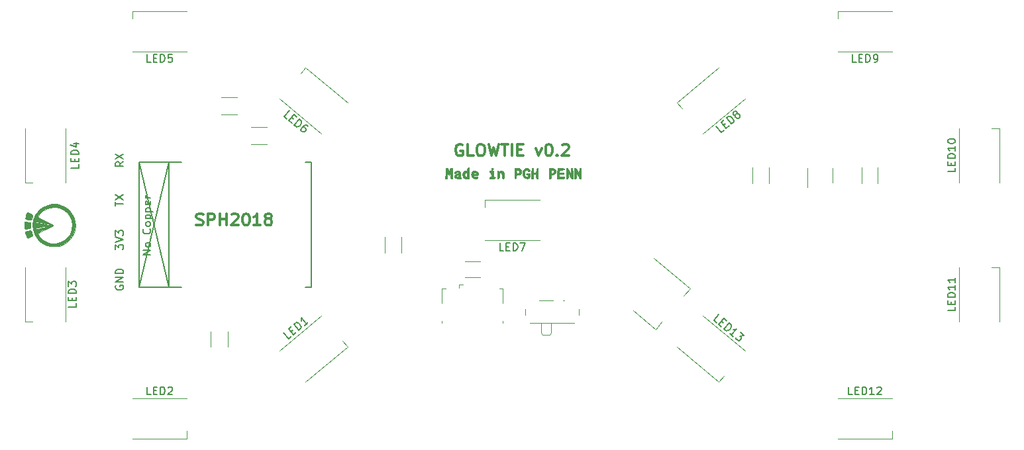
<source format=gto>
G04 #@! TF.FileFunction,Legend,Top*
%FSLAX46Y46*%
G04 Gerber Fmt 4.6, Leading zero omitted, Abs format (unit mm)*
G04 Created by KiCad (PCBNEW 4.0.5) date Sunday, March 11, 2018 'PMt' 06:28:43 PM*
%MOMM*%
%LPD*%
G01*
G04 APERTURE LIST*
%ADD10C,0.100000*%
%ADD11C,0.300000*%
%ADD12C,0.120000*%
%ADD13C,0.152400*%
%ADD14C,0.010000*%
%ADD15C,0.150000*%
G04 APERTURE END LIST*
D10*
D11*
X35818572Y-41247143D02*
X36032858Y-41318571D01*
X36390001Y-41318571D01*
X36532858Y-41247143D01*
X36604287Y-41175714D01*
X36675715Y-41032857D01*
X36675715Y-40890000D01*
X36604287Y-40747143D01*
X36532858Y-40675714D01*
X36390001Y-40604286D01*
X36104287Y-40532857D01*
X35961429Y-40461429D01*
X35890001Y-40390000D01*
X35818572Y-40247143D01*
X35818572Y-40104286D01*
X35890001Y-39961429D01*
X35961429Y-39890000D01*
X36104287Y-39818571D01*
X36461429Y-39818571D01*
X36675715Y-39890000D01*
X37318572Y-41318571D02*
X37318572Y-39818571D01*
X37890000Y-39818571D01*
X38032858Y-39890000D01*
X38104286Y-39961429D01*
X38175715Y-40104286D01*
X38175715Y-40318571D01*
X38104286Y-40461429D01*
X38032858Y-40532857D01*
X37890000Y-40604286D01*
X37318572Y-40604286D01*
X38818572Y-41318571D02*
X38818572Y-39818571D01*
X38818572Y-40532857D02*
X39675715Y-40532857D01*
X39675715Y-41318571D02*
X39675715Y-39818571D01*
X40318572Y-39961429D02*
X40390001Y-39890000D01*
X40532858Y-39818571D01*
X40890001Y-39818571D01*
X41032858Y-39890000D01*
X41104287Y-39961429D01*
X41175715Y-40104286D01*
X41175715Y-40247143D01*
X41104287Y-40461429D01*
X40247144Y-41318571D01*
X41175715Y-41318571D01*
X42104286Y-39818571D02*
X42247143Y-39818571D01*
X42390000Y-39890000D01*
X42461429Y-39961429D01*
X42532858Y-40104286D01*
X42604286Y-40390000D01*
X42604286Y-40747143D01*
X42532858Y-41032857D01*
X42461429Y-41175714D01*
X42390000Y-41247143D01*
X42247143Y-41318571D01*
X42104286Y-41318571D01*
X41961429Y-41247143D01*
X41890000Y-41175714D01*
X41818572Y-41032857D01*
X41747143Y-40747143D01*
X41747143Y-40390000D01*
X41818572Y-40104286D01*
X41890000Y-39961429D01*
X41961429Y-39890000D01*
X42104286Y-39818571D01*
X44032857Y-41318571D02*
X43175714Y-41318571D01*
X43604286Y-41318571D02*
X43604286Y-39818571D01*
X43461429Y-40032857D01*
X43318571Y-40175714D01*
X43175714Y-40247143D01*
X44890000Y-40461429D02*
X44747142Y-40390000D01*
X44675714Y-40318571D01*
X44604285Y-40175714D01*
X44604285Y-40104286D01*
X44675714Y-39961429D01*
X44747142Y-39890000D01*
X44890000Y-39818571D01*
X45175714Y-39818571D01*
X45318571Y-39890000D01*
X45390000Y-39961429D01*
X45461428Y-40104286D01*
X45461428Y-40175714D01*
X45390000Y-40318571D01*
X45318571Y-40390000D01*
X45175714Y-40461429D01*
X44890000Y-40461429D01*
X44747142Y-40532857D01*
X44675714Y-40604286D01*
X44604285Y-40747143D01*
X44604285Y-41032857D01*
X44675714Y-41175714D01*
X44747142Y-41247143D01*
X44890000Y-41318571D01*
X45175714Y-41318571D01*
X45318571Y-41247143D01*
X45390000Y-41175714D01*
X45461428Y-41032857D01*
X45461428Y-40747143D01*
X45390000Y-40604286D01*
X45318571Y-40532857D01*
X45175714Y-40461429D01*
X69807143Y-31000000D02*
X69664286Y-30928571D01*
X69450000Y-30928571D01*
X69235715Y-31000000D01*
X69092857Y-31142857D01*
X69021429Y-31285714D01*
X68950000Y-31571429D01*
X68950000Y-31785714D01*
X69021429Y-32071429D01*
X69092857Y-32214286D01*
X69235715Y-32357143D01*
X69450000Y-32428571D01*
X69592857Y-32428571D01*
X69807143Y-32357143D01*
X69878572Y-32285714D01*
X69878572Y-31785714D01*
X69592857Y-31785714D01*
X71235715Y-32428571D02*
X70521429Y-32428571D01*
X70521429Y-30928571D01*
X72021429Y-30928571D02*
X72307143Y-30928571D01*
X72450001Y-31000000D01*
X72592858Y-31142857D01*
X72664286Y-31428571D01*
X72664286Y-31928571D01*
X72592858Y-32214286D01*
X72450001Y-32357143D01*
X72307143Y-32428571D01*
X72021429Y-32428571D01*
X71878572Y-32357143D01*
X71735715Y-32214286D01*
X71664286Y-31928571D01*
X71664286Y-31428571D01*
X71735715Y-31142857D01*
X71878572Y-31000000D01*
X72021429Y-30928571D01*
X73164287Y-30928571D02*
X73521430Y-32428571D01*
X73807144Y-31357143D01*
X74092858Y-32428571D01*
X74450001Y-30928571D01*
X74807144Y-30928571D02*
X75664287Y-30928571D01*
X75235716Y-32428571D02*
X75235716Y-30928571D01*
X76164287Y-32428571D02*
X76164287Y-30928571D01*
X76878573Y-31642857D02*
X77378573Y-31642857D01*
X77592859Y-32428571D02*
X76878573Y-32428571D01*
X76878573Y-30928571D01*
X77592859Y-30928571D01*
X79235716Y-31428571D02*
X79592859Y-32428571D01*
X79950001Y-31428571D01*
X80807144Y-30928571D02*
X80950001Y-30928571D01*
X81092858Y-31000000D01*
X81164287Y-31071429D01*
X81235716Y-31214286D01*
X81307144Y-31500000D01*
X81307144Y-31857143D01*
X81235716Y-32142857D01*
X81164287Y-32285714D01*
X81092858Y-32357143D01*
X80950001Y-32428571D01*
X80807144Y-32428571D01*
X80664287Y-32357143D01*
X80592858Y-32285714D01*
X80521430Y-32142857D01*
X80450001Y-31857143D01*
X80450001Y-31500000D01*
X80521430Y-31214286D01*
X80592858Y-31071429D01*
X80664287Y-31000000D01*
X80807144Y-30928571D01*
X81950001Y-32285714D02*
X82021429Y-32357143D01*
X81950001Y-32428571D01*
X81878572Y-32357143D01*
X81950001Y-32285714D01*
X81950001Y-32428571D01*
X82592858Y-31071429D02*
X82664287Y-31000000D01*
X82807144Y-30928571D01*
X83164287Y-30928571D01*
X83307144Y-31000000D01*
X83378573Y-31071429D01*
X83450001Y-31214286D01*
X83450001Y-31357143D01*
X83378573Y-31571429D01*
X82521430Y-32428571D01*
X83450001Y-32428571D01*
D12*
X67220000Y-49420000D02*
X67670000Y-49420000D01*
X67220000Y-51270000D02*
X67220000Y-49420000D01*
X75020000Y-53820000D02*
X75020000Y-53570000D01*
X67220000Y-53820000D02*
X67220000Y-53570000D01*
X75020000Y-51270000D02*
X75020000Y-49420000D01*
X75020000Y-49420000D02*
X74570000Y-49420000D01*
X69420000Y-48870000D02*
X69870000Y-48870000D01*
X69420000Y-48870000D02*
X69420000Y-49320000D01*
X46447597Y-57408041D02*
X51809908Y-52908528D01*
X49790092Y-61391472D02*
X55152403Y-56891959D01*
X55152403Y-56891959D02*
X54509616Y-56125914D01*
X27615000Y-63440000D02*
X34615000Y-63440000D01*
X27615000Y-68640000D02*
X34615000Y-68640000D01*
X34615000Y-68640000D02*
X34615000Y-67640000D01*
X19110000Y-46665000D02*
X19110000Y-53665000D01*
X13910000Y-46665000D02*
X13910000Y-53665000D01*
X13910000Y-53665000D02*
X14910000Y-53665000D01*
X19110000Y-28885000D02*
X19110000Y-35885000D01*
X13910000Y-28885000D02*
X13910000Y-35885000D01*
X13910000Y-35885000D02*
X14910000Y-35885000D01*
X34615000Y-19110000D02*
X27615000Y-19110000D01*
X34615000Y-13910000D02*
X27615000Y-13910000D01*
X27615000Y-13910000D02*
X27615000Y-14910000D01*
X51809908Y-29641472D02*
X46447597Y-25141959D01*
X55152403Y-25658041D02*
X49790092Y-21158528D01*
X49790092Y-21158528D02*
X49147305Y-21924572D01*
X79700000Y-43240000D02*
X72700000Y-43240000D01*
X79700000Y-38040000D02*
X72700000Y-38040000D01*
X72700000Y-38040000D02*
X72700000Y-39040000D01*
X105952403Y-25141959D02*
X100590092Y-29641472D01*
X102609908Y-21158528D02*
X97247597Y-25658041D01*
X97247597Y-25658041D02*
X97890384Y-26424086D01*
X124785000Y-19110000D02*
X117785000Y-19110000D01*
X124785000Y-13910000D02*
X117785000Y-13910000D01*
X117785000Y-13910000D02*
X117785000Y-14910000D01*
X82680000Y-50950000D02*
X82880000Y-50950000D01*
X79880000Y-55090000D02*
X80080000Y-55300000D01*
X81180000Y-55090000D02*
X80980000Y-55300000D01*
X79880000Y-53800000D02*
X79880000Y-55090000D01*
X80080000Y-55300000D02*
X80980000Y-55300000D01*
X81180000Y-55090000D02*
X81180000Y-53800000D01*
X78430000Y-53800000D02*
X84130000Y-53800000D01*
X79680000Y-50950000D02*
X81380000Y-50950000D01*
X77830000Y-52000000D02*
X77830000Y-52790000D01*
X84730000Y-52790000D02*
X84730000Y-52000000D01*
X117180000Y-35825000D02*
X117180000Y-34025000D01*
X113960000Y-34025000D02*
X113960000Y-36475000D01*
D13*
X28525000Y-49260000D02*
X28525000Y-33260000D01*
X28525000Y-33260000D02*
X33925000Y-33260000D01*
X28525000Y-49260000D02*
X33925000Y-49260000D01*
X49725000Y-49260000D02*
X50525000Y-49260000D01*
X50525000Y-49260000D02*
X50525000Y-33260000D01*
X50525000Y-33260000D02*
X49725000Y-33260000D01*
X28525000Y-33260000D02*
X32325000Y-49260000D01*
X28525000Y-49260000D02*
X32325000Y-33260000D01*
X32325000Y-49268000D02*
X32325000Y-33268000D01*
D12*
X133290000Y-35885000D02*
X133290000Y-28885000D01*
X138490000Y-35885000D02*
X138490000Y-28885000D01*
X138490000Y-28885000D02*
X137490000Y-28885000D01*
X133290000Y-53665000D02*
X133290000Y-46665000D01*
X138490000Y-53665000D02*
X138490000Y-46665000D01*
X138490000Y-46665000D02*
X137490000Y-46665000D01*
X117785000Y-63440000D02*
X124785000Y-63440000D01*
X117785000Y-68640000D02*
X124785000Y-68640000D01*
X124785000Y-68640000D02*
X124785000Y-67640000D01*
X100590092Y-52908528D02*
X105952403Y-57408041D01*
X97247597Y-56891959D02*
X102609908Y-61391472D01*
X102609908Y-61391472D02*
X103252695Y-60625428D01*
X106880000Y-35925000D02*
X106880000Y-33925000D01*
X109020000Y-33925000D02*
X109020000Y-35925000D01*
X42815000Y-28775000D02*
X44815000Y-28775000D01*
X44815000Y-30915000D02*
X42815000Y-30915000D01*
X59890000Y-44815000D02*
X59890000Y-42815000D01*
X62030000Y-42815000D02*
X62030000Y-44815000D01*
X41005000Y-27105000D02*
X39005000Y-27105000D01*
X39005000Y-24965000D02*
X41005000Y-24965000D01*
X39805000Y-54880000D02*
X39805000Y-56880000D01*
X37665000Y-56880000D02*
X37665000Y-54880000D01*
X72120000Y-45970000D02*
X70120000Y-45970000D01*
X70120000Y-48010000D02*
X72120000Y-48010000D01*
X122940000Y-35925000D02*
X122940000Y-33925000D01*
X120900000Y-33925000D02*
X120900000Y-35925000D01*
X94521239Y-54639936D02*
X95331152Y-53674720D01*
X98905051Y-49415513D02*
X98095138Y-50380729D01*
X91640912Y-52223054D02*
X94521239Y-54639936D01*
X94301124Y-45552359D02*
X98905051Y-49415513D01*
D14*
G36*
X14638735Y-41542672D02*
X14588194Y-41659303D01*
X14458588Y-41712495D01*
X14351000Y-41732092D01*
X14071156Y-41772174D01*
X13919326Y-41752432D01*
X13856365Y-41640091D01*
X13843128Y-41402375D01*
X13843000Y-41306750D01*
X13843000Y-40830500D01*
X14107583Y-40883417D01*
X14339780Y-40921432D01*
X14509750Y-40936333D01*
X14599214Y-40977433D01*
X14640279Y-41124736D01*
X14647333Y-41309690D01*
X14638735Y-41542672D01*
X14638735Y-41542672D01*
G37*
X14638735Y-41542672D02*
X14588194Y-41659303D01*
X14458588Y-41712495D01*
X14351000Y-41732092D01*
X14071156Y-41772174D01*
X13919326Y-41752432D01*
X13856365Y-41640091D01*
X13843128Y-41402375D01*
X13843000Y-41306750D01*
X13843000Y-40830500D01*
X14107583Y-40883417D01*
X14339780Y-40921432D01*
X14509750Y-40936333D01*
X14599214Y-40977433D01*
X14640279Y-41124736D01*
X14647333Y-41309690D01*
X14638735Y-41542672D01*
G36*
X14878773Y-40165642D02*
X14843196Y-40279720D01*
X14748358Y-40523190D01*
X14643201Y-40635013D01*
X14476243Y-40647794D01*
X14308839Y-40618154D01*
X14080831Y-40555760D01*
X13978250Y-40463505D01*
X13982393Y-40298681D01*
X14061659Y-40053695D01*
X14144524Y-39839567D01*
X14205286Y-39705028D01*
X14216489Y-39687956D01*
X14304469Y-39702729D01*
X14488587Y-39778595D01*
X14592547Y-39829313D01*
X14800287Y-39943579D01*
X14885701Y-40037728D01*
X14878773Y-40165642D01*
X14878773Y-40165642D01*
G37*
X14878773Y-40165642D02*
X14843196Y-40279720D01*
X14748358Y-40523190D01*
X14643201Y-40635013D01*
X14476243Y-40647794D01*
X14308839Y-40618154D01*
X14080831Y-40555760D01*
X13978250Y-40463505D01*
X13982393Y-40298681D01*
X14061659Y-40053695D01*
X14144524Y-39839567D01*
X14205286Y-39705028D01*
X14216489Y-39687956D01*
X14304469Y-39702729D01*
X14488587Y-39778595D01*
X14592547Y-39829313D01*
X14800287Y-39943579D01*
X14885701Y-40037728D01*
X14878773Y-40165642D01*
G36*
X14858687Y-42638838D02*
X14731821Y-42732679D01*
X14599382Y-42801866D01*
X14391816Y-42903707D01*
X14256509Y-42962553D01*
X14235332Y-42968333D01*
X14194415Y-42897699D01*
X14121534Y-42724388D01*
X14038513Y-42506288D01*
X13967174Y-42301288D01*
X13929338Y-42167275D01*
X13927667Y-42152181D01*
X14000827Y-42117795D01*
X14184701Y-42059807D01*
X14274880Y-42034699D01*
X14516177Y-41979373D01*
X14655030Y-42000630D01*
X14745643Y-42128420D01*
X14823367Y-42337780D01*
X14879611Y-42527077D01*
X14858687Y-42638838D01*
X14858687Y-42638838D01*
G37*
X14858687Y-42638838D02*
X14731821Y-42732679D01*
X14599382Y-42801866D01*
X14391816Y-42903707D01*
X14256509Y-42962553D01*
X14235332Y-42968333D01*
X14194415Y-42897699D01*
X14121534Y-42724388D01*
X14038513Y-42506288D01*
X13967174Y-42301288D01*
X13929338Y-42167275D01*
X13927667Y-42152181D01*
X14000827Y-42117795D01*
X14184701Y-42059807D01*
X14274880Y-42034699D01*
X14516177Y-41979373D01*
X14655030Y-42000630D01*
X14745643Y-42128420D01*
X14823367Y-42337780D01*
X14879611Y-42527077D01*
X14858687Y-42638838D01*
G36*
X20269709Y-41930273D02*
X20099598Y-42458472D01*
X20098716Y-42460333D01*
X19735135Y-43033530D01*
X19242703Y-43512590D01*
X18796000Y-43798208D01*
X18334271Y-43961327D01*
X17789689Y-44033683D01*
X17222815Y-44014548D01*
X16694213Y-43903193D01*
X16491901Y-43825940D01*
X16066219Y-43565908D01*
X15652166Y-43193354D01*
X15300721Y-42760455D01*
X15094290Y-42395423D01*
X14935175Y-41865566D01*
X14882841Y-41280163D01*
X14940233Y-40710907D01*
X15014200Y-40445686D01*
X15309938Y-39848907D01*
X15344396Y-39807491D01*
X15344396Y-40859990D01*
X15292507Y-40883175D01*
X15282333Y-40932497D01*
X15356156Y-40999888D01*
X15536038Y-41055833D01*
X15557500Y-41059695D01*
X16106148Y-41148128D01*
X16542957Y-41210177D01*
X16851901Y-41243890D01*
X16952552Y-41245977D01*
X16952552Y-41398499D01*
X16730539Y-41418834D01*
X16417902Y-41458482D01*
X16210203Y-41488740D01*
X15858170Y-41541515D01*
X15570622Y-41583121D01*
X15387696Y-41607827D01*
X15345833Y-41612148D01*
X15280082Y-41659499D01*
X15311369Y-41742791D01*
X15404080Y-41783000D01*
X15485376Y-41776097D01*
X15628182Y-41752168D01*
X15856116Y-41706379D01*
X16192800Y-41633899D01*
X16661853Y-41529894D01*
X16879824Y-41481077D01*
X17018896Y-41435299D01*
X17045694Y-41401471D01*
X16952552Y-41398499D01*
X16952552Y-41245977D01*
X17016958Y-41247314D01*
X17038757Y-41240132D01*
X17044449Y-41215620D01*
X16994503Y-41187999D01*
X16863938Y-41150591D01*
X16627773Y-41096716D01*
X16261029Y-41019694D01*
X16059965Y-40978409D01*
X15697168Y-40905779D01*
X15468964Y-40866915D01*
X15344396Y-40859990D01*
X15344396Y-39807491D01*
X15721020Y-39354815D01*
X16223546Y-38973926D01*
X16793618Y-38716758D01*
X17407337Y-38593827D01*
X17603023Y-38600568D01*
X17603023Y-38990859D01*
X17076546Y-39057181D01*
X16561215Y-39243545D01*
X16108362Y-39525475D01*
X15783663Y-39858311D01*
X15640829Y-40065756D01*
X15551487Y-40215266D01*
X15536333Y-40255282D01*
X15608133Y-40310692D01*
X15804833Y-40423573D01*
X16098383Y-40578730D01*
X16460734Y-40760968D01*
X16555271Y-40807267D01*
X17012039Y-41038058D01*
X17312834Y-41209546D01*
X17459787Y-41323060D01*
X17465438Y-41374889D01*
X17349307Y-41437982D01*
X17114774Y-41556373D01*
X16796456Y-41712841D01*
X16446500Y-41881777D01*
X16093391Y-42053987D01*
X15804137Y-42201093D01*
X15608523Y-42307519D01*
X15536334Y-42357690D01*
X15536333Y-42357749D01*
X15591451Y-42498300D01*
X15731247Y-42705923D01*
X15917385Y-42931323D01*
X16111530Y-43125205D01*
X16171299Y-43174233D01*
X16696270Y-43474823D01*
X17267849Y-43628650D01*
X17854804Y-43637895D01*
X18425901Y-43504742D01*
X18949908Y-43231373D01*
X19272214Y-42957505D01*
X19653365Y-42454149D01*
X19878516Y-41897858D01*
X19944723Y-41308142D01*
X19849038Y-40704511D01*
X19677801Y-40271341D01*
X19328220Y-39746464D01*
X18875857Y-39353109D01*
X18333922Y-39099426D01*
X17715626Y-38993570D01*
X17603023Y-38990859D01*
X17603023Y-38600568D01*
X18040804Y-38615650D01*
X18670120Y-38792743D01*
X18720936Y-38814535D01*
X19168014Y-39081901D01*
X19595378Y-39461206D01*
X19948883Y-39898590D01*
X20122686Y-40208887D01*
X20281936Y-40741266D01*
X20330716Y-41336466D01*
X20269709Y-41930273D01*
X20269709Y-41930273D01*
G37*
X20269709Y-41930273D02*
X20099598Y-42458472D01*
X20098716Y-42460333D01*
X19735135Y-43033530D01*
X19242703Y-43512590D01*
X18796000Y-43798208D01*
X18334271Y-43961327D01*
X17789689Y-44033683D01*
X17222815Y-44014548D01*
X16694213Y-43903193D01*
X16491901Y-43825940D01*
X16066219Y-43565908D01*
X15652166Y-43193354D01*
X15300721Y-42760455D01*
X15094290Y-42395423D01*
X14935175Y-41865566D01*
X14882841Y-41280163D01*
X14940233Y-40710907D01*
X15014200Y-40445686D01*
X15309938Y-39848907D01*
X15344396Y-39807491D01*
X15344396Y-40859990D01*
X15292507Y-40883175D01*
X15282333Y-40932497D01*
X15356156Y-40999888D01*
X15536038Y-41055833D01*
X15557500Y-41059695D01*
X16106148Y-41148128D01*
X16542957Y-41210177D01*
X16851901Y-41243890D01*
X16952552Y-41245977D01*
X16952552Y-41398499D01*
X16730539Y-41418834D01*
X16417902Y-41458482D01*
X16210203Y-41488740D01*
X15858170Y-41541515D01*
X15570622Y-41583121D01*
X15387696Y-41607827D01*
X15345833Y-41612148D01*
X15280082Y-41659499D01*
X15311369Y-41742791D01*
X15404080Y-41783000D01*
X15485376Y-41776097D01*
X15628182Y-41752168D01*
X15856116Y-41706379D01*
X16192800Y-41633899D01*
X16661853Y-41529894D01*
X16879824Y-41481077D01*
X17018896Y-41435299D01*
X17045694Y-41401471D01*
X16952552Y-41398499D01*
X16952552Y-41245977D01*
X17016958Y-41247314D01*
X17038757Y-41240132D01*
X17044449Y-41215620D01*
X16994503Y-41187999D01*
X16863938Y-41150591D01*
X16627773Y-41096716D01*
X16261029Y-41019694D01*
X16059965Y-40978409D01*
X15697168Y-40905779D01*
X15468964Y-40866915D01*
X15344396Y-40859990D01*
X15344396Y-39807491D01*
X15721020Y-39354815D01*
X16223546Y-38973926D01*
X16793618Y-38716758D01*
X17407337Y-38593827D01*
X17603023Y-38600568D01*
X17603023Y-38990859D01*
X17076546Y-39057181D01*
X16561215Y-39243545D01*
X16108362Y-39525475D01*
X15783663Y-39858311D01*
X15640829Y-40065756D01*
X15551487Y-40215266D01*
X15536333Y-40255282D01*
X15608133Y-40310692D01*
X15804833Y-40423573D01*
X16098383Y-40578730D01*
X16460734Y-40760968D01*
X16555271Y-40807267D01*
X17012039Y-41038058D01*
X17312834Y-41209546D01*
X17459787Y-41323060D01*
X17465438Y-41374889D01*
X17349307Y-41437982D01*
X17114774Y-41556373D01*
X16796456Y-41712841D01*
X16446500Y-41881777D01*
X16093391Y-42053987D01*
X15804137Y-42201093D01*
X15608523Y-42307519D01*
X15536334Y-42357690D01*
X15536333Y-42357749D01*
X15591451Y-42498300D01*
X15731247Y-42705923D01*
X15917385Y-42931323D01*
X16111530Y-43125205D01*
X16171299Y-43174233D01*
X16696270Y-43474823D01*
X17267849Y-43628650D01*
X17854804Y-43637895D01*
X18425901Y-43504742D01*
X18949908Y-43231373D01*
X19272214Y-42957505D01*
X19653365Y-42454149D01*
X19878516Y-41897858D01*
X19944723Y-41308142D01*
X19849038Y-40704511D01*
X19677801Y-40271341D01*
X19328220Y-39746464D01*
X18875857Y-39353109D01*
X18333922Y-39099426D01*
X17715626Y-38993570D01*
X17603023Y-38990859D01*
X17603023Y-38600568D01*
X18040804Y-38615650D01*
X18670120Y-38792743D01*
X18720936Y-38814535D01*
X19168014Y-39081901D01*
X19595378Y-39461206D01*
X19948883Y-39898590D01*
X20122686Y-40208887D01*
X20281936Y-40741266D01*
X20330716Y-41336466D01*
X20269709Y-41930273D01*
G36*
X67919462Y-34044817D02*
X67976361Y-34094278D01*
X68019140Y-34209101D01*
X68033623Y-34263276D01*
X68069224Y-34385847D01*
X68098857Y-34425552D01*
X68132569Y-34377664D01*
X68180404Y-34237457D01*
X68195900Y-34186924D01*
X68249325Y-34075904D01*
X68339732Y-34036604D01*
X68390815Y-34034218D01*
X68539279Y-34034218D01*
X68567771Y-35332214D01*
X68438996Y-35332214D01*
X68377320Y-35328464D01*
X68339169Y-35303970D01*
X68318640Y-35238863D01*
X68309831Y-35113277D01*
X68306840Y-34907343D01*
X68306675Y-34886823D01*
X68303130Y-34441433D01*
X68227791Y-34686614D01*
X68164092Y-34845785D01*
X68101614Y-34903184D01*
X68039649Y-34858828D01*
X67977486Y-34712729D01*
X67971031Y-34691862D01*
X67941680Y-34600057D01*
X67923583Y-34570142D01*
X67913710Y-34612533D01*
X67909031Y-34737644D01*
X67906918Y-34912274D01*
X67903740Y-35118038D01*
X67894615Y-35242456D01*
X67873080Y-35305986D01*
X67832670Y-35329086D01*
X67774231Y-35332214D01*
X67645455Y-35332214D01*
X67659702Y-34683216D01*
X67673948Y-34034218D01*
X67824219Y-34034218D01*
X67919462Y-34044817D01*
X67919462Y-34044817D01*
G37*
X67919462Y-34044817D02*
X67976361Y-34094278D01*
X68019140Y-34209101D01*
X68033623Y-34263276D01*
X68069224Y-34385847D01*
X68098857Y-34425552D01*
X68132569Y-34377664D01*
X68180404Y-34237457D01*
X68195900Y-34186924D01*
X68249325Y-34075904D01*
X68339732Y-34036604D01*
X68390815Y-34034218D01*
X68539279Y-34034218D01*
X68567771Y-35332214D01*
X68438996Y-35332214D01*
X68377320Y-35328464D01*
X68339169Y-35303970D01*
X68318640Y-35238863D01*
X68309831Y-35113277D01*
X68306840Y-34907343D01*
X68306675Y-34886823D01*
X68303130Y-34441433D01*
X68227791Y-34686614D01*
X68164092Y-34845785D01*
X68101614Y-34903184D01*
X68039649Y-34858828D01*
X67977486Y-34712729D01*
X67971031Y-34691862D01*
X67941680Y-34600057D01*
X67923583Y-34570142D01*
X67913710Y-34612533D01*
X67909031Y-34737644D01*
X67906918Y-34912274D01*
X67903740Y-35118038D01*
X67894615Y-35242456D01*
X67873080Y-35305986D01*
X67832670Y-35329086D01*
X67774231Y-35332214D01*
X67645455Y-35332214D01*
X67659702Y-34683216D01*
X67673948Y-34034218D01*
X67824219Y-34034218D01*
X67919462Y-34044817D01*
G36*
X69348351Y-34383557D02*
X69469075Y-34448985D01*
X69543264Y-34576356D01*
X69582101Y-34780665D01*
X69592462Y-34931699D01*
X69609586Y-35320162D01*
X69266155Y-35323393D01*
X69041356Y-35315418D01*
X68900710Y-35284540D01*
X68845531Y-35249431D01*
X68788768Y-35143519D01*
X68770840Y-35035630D01*
X69022846Y-35035630D01*
X69058324Y-35109488D01*
X69140963Y-35129855D01*
X69235070Y-35102394D01*
X69304955Y-35032768D01*
X69319071Y-34988627D01*
X69305878Y-34894034D01*
X69259607Y-34874098D01*
X69109325Y-34904501D01*
X69030636Y-34988309D01*
X69022846Y-35035630D01*
X68770840Y-35035630D01*
X68768337Y-35020570D01*
X68786591Y-34908762D01*
X68859917Y-34836040D01*
X68944858Y-34795148D01*
X69092179Y-34745391D01*
X69217830Y-34721711D01*
X69228550Y-34721392D01*
X69310787Y-34694644D01*
X69318679Y-34632899D01*
X69262431Y-34547814D01*
X69163071Y-34532736D01*
X69058111Y-34591595D01*
X68966462Y-34647859D01*
X68862441Y-34669407D01*
X68785366Y-34652440D01*
X68768337Y-34619589D01*
X68813948Y-34516364D01*
X68929903Y-34427624D01*
X69084885Y-34373215D01*
X69169912Y-34365080D01*
X69348351Y-34383557D01*
X69348351Y-34383557D01*
G37*
X69348351Y-34383557D02*
X69469075Y-34448985D01*
X69543264Y-34576356D01*
X69582101Y-34780665D01*
X69592462Y-34931699D01*
X69609586Y-35320162D01*
X69266155Y-35323393D01*
X69041356Y-35315418D01*
X68900710Y-35284540D01*
X68845531Y-35249431D01*
X68788768Y-35143519D01*
X68770840Y-35035630D01*
X69022846Y-35035630D01*
X69058324Y-35109488D01*
X69140963Y-35129855D01*
X69235070Y-35102394D01*
X69304955Y-35032768D01*
X69319071Y-34988627D01*
X69305878Y-34894034D01*
X69259607Y-34874098D01*
X69109325Y-34904501D01*
X69030636Y-34988309D01*
X69022846Y-35035630D01*
X68770840Y-35035630D01*
X68768337Y-35020570D01*
X68786591Y-34908762D01*
X68859917Y-34836040D01*
X68944858Y-34795148D01*
X69092179Y-34745391D01*
X69217830Y-34721711D01*
X69228550Y-34721392D01*
X69310787Y-34694644D01*
X69318679Y-34632899D01*
X69262431Y-34547814D01*
X69163071Y-34532736D01*
X69058111Y-34591595D01*
X68966462Y-34647859D01*
X68862441Y-34669407D01*
X68785366Y-34652440D01*
X68768337Y-34619589D01*
X68813948Y-34516364D01*
X68929903Y-34427624D01*
X69084885Y-34373215D01*
X69169912Y-34365080D01*
X69348351Y-34383557D01*
G36*
X70702605Y-35317195D02*
X70369876Y-35322864D01*
X70188967Y-35323124D01*
X70079301Y-35308801D01*
X70010381Y-35268837D01*
X69951709Y-35192170D01*
X69934421Y-35164943D01*
X69860084Y-34989837D01*
X69856877Y-34887228D01*
X70101213Y-34887228D01*
X70139401Y-35021259D01*
X70222966Y-35105761D01*
X70308609Y-35119357D01*
X70376994Y-35097562D01*
X70410960Y-35039339D01*
X70422038Y-34917313D01*
X70422645Y-34848647D01*
X70418474Y-34697561D01*
X70397371Y-34622187D01*
X70346458Y-34596510D01*
X70296617Y-34594138D01*
X70185189Y-34628241D01*
X70122081Y-34732067D01*
X70101213Y-34887228D01*
X69856877Y-34887228D01*
X69853688Y-34785212D01*
X69853916Y-34782954D01*
X69906210Y-34561624D01*
X70011157Y-34426093D01*
X70171826Y-34373250D01*
X70256205Y-34374921D01*
X70448096Y-34393221D01*
X70448096Y-34175543D01*
X70454037Y-34038681D01*
X70482720Y-33975550D01*
X70550437Y-33958282D01*
X70575351Y-33957865D01*
X70702605Y-33957865D01*
X70702605Y-35317195D01*
X70702605Y-35317195D01*
G37*
X70702605Y-35317195D02*
X70369876Y-35322864D01*
X70188967Y-35323124D01*
X70079301Y-35308801D01*
X70010381Y-35268837D01*
X69951709Y-35192170D01*
X69934421Y-35164943D01*
X69860084Y-34989837D01*
X69856877Y-34887228D01*
X70101213Y-34887228D01*
X70139401Y-35021259D01*
X70222966Y-35105761D01*
X70308609Y-35119357D01*
X70376994Y-35097562D01*
X70410960Y-35039339D01*
X70422038Y-34917313D01*
X70422645Y-34848647D01*
X70418474Y-34697561D01*
X70397371Y-34622187D01*
X70346458Y-34596510D01*
X70296617Y-34594138D01*
X70185189Y-34628241D01*
X70122081Y-34732067D01*
X70101213Y-34887228D01*
X69856877Y-34887228D01*
X69853688Y-34785212D01*
X69853916Y-34782954D01*
X69906210Y-34561624D01*
X70011157Y-34426093D01*
X70171826Y-34373250D01*
X70256205Y-34374921D01*
X70448096Y-34393221D01*
X70448096Y-34175543D01*
X70454037Y-34038681D01*
X70482720Y-33975550D01*
X70550437Y-33958282D01*
X70575351Y-33957865D01*
X70702605Y-33957865D01*
X70702605Y-35317195D01*
G36*
X71596739Y-34390045D02*
X71732160Y-34473283D01*
X71817091Y-34626110D01*
X71863901Y-34777889D01*
X71862708Y-34867093D01*
X71798300Y-34910279D01*
X71655463Y-34924007D01*
X71542485Y-34925000D01*
X71343329Y-34932406D01*
X71238464Y-34957278D01*
X71221274Y-35003596D01*
X71285142Y-35075339D01*
X71288252Y-35077934D01*
X71409295Y-35118041D01*
X71565139Y-35109507D01*
X71716845Y-35103652D01*
X71801104Y-35137167D01*
X71805834Y-35199653D01*
X71744140Y-35263583D01*
X71584447Y-35326115D01*
X71387887Y-35331400D01*
X71199066Y-35283234D01*
X71082055Y-35207273D01*
X70995398Y-35089068D01*
X70960313Y-34939516D01*
X70957114Y-34848647D01*
X70980541Y-34708860D01*
X71216865Y-34708860D01*
X71248388Y-34754357D01*
X71372722Y-34771711D01*
X71415230Y-34772294D01*
X71542797Y-34767567D01*
X71613686Y-34755760D01*
X71618838Y-34751007D01*
X71577709Y-34638208D01*
X71478413Y-34576425D01*
X71357080Y-34578312D01*
X71272705Y-34629769D01*
X71216865Y-34708860D01*
X70980541Y-34708860D01*
X70995064Y-34622209D01*
X71103978Y-34462272D01*
X71276450Y-34377092D01*
X71390812Y-34365080D01*
X71596739Y-34390045D01*
X71596739Y-34390045D01*
G37*
X71596739Y-34390045D02*
X71732160Y-34473283D01*
X71817091Y-34626110D01*
X71863901Y-34777889D01*
X71862708Y-34867093D01*
X71798300Y-34910279D01*
X71655463Y-34924007D01*
X71542485Y-34925000D01*
X71343329Y-34932406D01*
X71238464Y-34957278D01*
X71221274Y-35003596D01*
X71285142Y-35075339D01*
X71288252Y-35077934D01*
X71409295Y-35118041D01*
X71565139Y-35109507D01*
X71716845Y-35103652D01*
X71801104Y-35137167D01*
X71805834Y-35199653D01*
X71744140Y-35263583D01*
X71584447Y-35326115D01*
X71387887Y-35331400D01*
X71199066Y-35283234D01*
X71082055Y-35207273D01*
X70995398Y-35089068D01*
X70960313Y-34939516D01*
X70957114Y-34848647D01*
X70980541Y-34708860D01*
X71216865Y-34708860D01*
X71248388Y-34754357D01*
X71372722Y-34771711D01*
X71415230Y-34772294D01*
X71542797Y-34767567D01*
X71613686Y-34755760D01*
X71618838Y-34751007D01*
X71577709Y-34638208D01*
X71478413Y-34576425D01*
X71357080Y-34578312D01*
X71272705Y-34629769D01*
X71216865Y-34708860D01*
X70980541Y-34708860D01*
X70995064Y-34622209D01*
X71103978Y-34462272D01*
X71276450Y-34377092D01*
X71390812Y-34365080D01*
X71596739Y-34390045D01*
G36*
X73756713Y-34746843D02*
X73758299Y-34941024D01*
X73767822Y-35054849D01*
X73792431Y-35109760D01*
X73839272Y-35127204D01*
X73883968Y-35128607D01*
X73983756Y-35152467D01*
X74011222Y-35230411D01*
X74002206Y-35282461D01*
X73961091Y-35313002D01*
X73866781Y-35327658D01*
X73698179Y-35332054D01*
X73629459Y-35332214D01*
X73434268Y-35329810D01*
X73319742Y-35318846D01*
X73264783Y-35293696D01*
X73248294Y-35248736D01*
X73247695Y-35230411D01*
X73277520Y-35150580D01*
X73374950Y-35128607D01*
X73447831Y-35121340D01*
X73485780Y-35082930D01*
X73500120Y-34988464D01*
X73502204Y-34848647D01*
X73498901Y-34688308D01*
X73481442Y-34604821D01*
X73438503Y-34573274D01*
X73374950Y-34568687D01*
X73275162Y-34544827D01*
X73247695Y-34466883D01*
X73261095Y-34405821D01*
X73317971Y-34375367D01*
X73443337Y-34365515D01*
X73502204Y-34365080D01*
X73756713Y-34365080D01*
X73756713Y-34746843D01*
X73756713Y-34746843D01*
G37*
X73756713Y-34746843D02*
X73758299Y-34941024D01*
X73767822Y-35054849D01*
X73792431Y-35109760D01*
X73839272Y-35127204D01*
X73883968Y-35128607D01*
X73983756Y-35152467D01*
X74011222Y-35230411D01*
X74002206Y-35282461D01*
X73961091Y-35313002D01*
X73866781Y-35327658D01*
X73698179Y-35332054D01*
X73629459Y-35332214D01*
X73434268Y-35329810D01*
X73319742Y-35318846D01*
X73264783Y-35293696D01*
X73248294Y-35248736D01*
X73247695Y-35230411D01*
X73277520Y-35150580D01*
X73374950Y-35128607D01*
X73447831Y-35121340D01*
X73485780Y-35082930D01*
X73500120Y-34988464D01*
X73502204Y-34848647D01*
X73498901Y-34688308D01*
X73481442Y-34604821D01*
X73438503Y-34573274D01*
X73374950Y-34568687D01*
X73275162Y-34544827D01*
X73247695Y-34466883D01*
X73261095Y-34405821D01*
X73317971Y-34375367D01*
X73443337Y-34365515D01*
X73502204Y-34365080D01*
X73756713Y-34365080D01*
X73756713Y-34746843D01*
G36*
X74488586Y-34385956D02*
X74520240Y-34426162D01*
X74535265Y-34461575D01*
X74581323Y-34426162D01*
X74694800Y-34373967D01*
X74846883Y-34371205D01*
X74989118Y-34414545D01*
X75046820Y-34458166D01*
X75094537Y-34543160D01*
X75121275Y-34681339D01*
X75130862Y-34894682D01*
X75131062Y-34941733D01*
X75129502Y-35138632D01*
X75120297Y-35254929D01*
X75096660Y-35311822D01*
X75051804Y-35330511D01*
X75006038Y-35332214D01*
X74941324Y-35326313D01*
X74902653Y-35294107D01*
X74881772Y-35213840D01*
X74870430Y-35063758D01*
X74866058Y-34963176D01*
X74851102Y-34594138D01*
X74545691Y-34594138D01*
X74530736Y-34963176D01*
X74521024Y-35153486D01*
X74505644Y-35263780D01*
X74476342Y-35315813D01*
X74424867Y-35331340D01*
X74390756Y-35332214D01*
X74332835Y-35328608D01*
X74296305Y-35305080D01*
X74276236Y-35242560D01*
X74267698Y-35121983D01*
X74265762Y-34924280D01*
X74265731Y-34848647D01*
X74266615Y-34624628D01*
X74272612Y-34483343D01*
X74288739Y-34405723D01*
X74320016Y-34372699D01*
X74371461Y-34365202D01*
X74392986Y-34365080D01*
X74488586Y-34385956D01*
X74488586Y-34385956D01*
G37*
X74488586Y-34385956D02*
X74520240Y-34426162D01*
X74535265Y-34461575D01*
X74581323Y-34426162D01*
X74694800Y-34373967D01*
X74846883Y-34371205D01*
X74989118Y-34414545D01*
X75046820Y-34458166D01*
X75094537Y-34543160D01*
X75121275Y-34681339D01*
X75130862Y-34894682D01*
X75131062Y-34941733D01*
X75129502Y-35138632D01*
X75120297Y-35254929D01*
X75096660Y-35311822D01*
X75051804Y-35330511D01*
X75006038Y-35332214D01*
X74941324Y-35326313D01*
X74902653Y-35294107D01*
X74881772Y-35213840D01*
X74870430Y-35063758D01*
X74866058Y-34963176D01*
X74851102Y-34594138D01*
X74545691Y-34594138D01*
X74530736Y-34963176D01*
X74521024Y-35153486D01*
X74505644Y-35263780D01*
X74476342Y-35315813D01*
X74424867Y-35331340D01*
X74390756Y-35332214D01*
X74332835Y-35328608D01*
X74296305Y-35305080D01*
X74276236Y-35242560D01*
X74267698Y-35121983D01*
X74265762Y-34924280D01*
X74265731Y-34848647D01*
X74266615Y-34624628D01*
X74272612Y-34483343D01*
X74288739Y-34405723D01*
X74320016Y-34372699D01*
X74371461Y-34365202D01*
X74392986Y-34365080D01*
X74488586Y-34385956D01*
G36*
X77013360Y-34035747D02*
X77215006Y-34117459D01*
X77333539Y-34255065D01*
X77370741Y-34441433D01*
X77351780Y-34581826D01*
X77320914Y-34668483D01*
X77228306Y-34756494D01*
X77073218Y-34829221D01*
X76894968Y-34870240D01*
X76828677Y-34874098D01*
X76754671Y-34884829D01*
X76719610Y-34935054D01*
X76709365Y-35051818D01*
X76709018Y-35103156D01*
X76702357Y-35246299D01*
X76674698Y-35313987D01*
X76614528Y-35332127D01*
X76607214Y-35332214D01*
X76565654Y-35326602D01*
X76537258Y-35298948D01*
X76519533Y-35233030D01*
X76509981Y-35112624D01*
X76506106Y-34921506D01*
X76505411Y-34670491D01*
X76505411Y-34431351D01*
X76709018Y-34431351D01*
X76732110Y-34595044D01*
X76804098Y-34669792D01*
X76929051Y-34658051D01*
X77017775Y-34617798D01*
X77101970Y-34525453D01*
X77112316Y-34405021D01*
X77051562Y-34295474D01*
X76992224Y-34255493D01*
X76843092Y-34218967D01*
X76748183Y-34268358D01*
X76709770Y-34402257D01*
X76709018Y-34431351D01*
X76505411Y-34431351D01*
X76505411Y-34008767D01*
X76726873Y-34008767D01*
X77013360Y-34035747D01*
X77013360Y-34035747D01*
G37*
X77013360Y-34035747D02*
X77215006Y-34117459D01*
X77333539Y-34255065D01*
X77370741Y-34441433D01*
X77351780Y-34581826D01*
X77320914Y-34668483D01*
X77228306Y-34756494D01*
X77073218Y-34829221D01*
X76894968Y-34870240D01*
X76828677Y-34874098D01*
X76754671Y-34884829D01*
X76719610Y-34935054D01*
X76709365Y-35051818D01*
X76709018Y-35103156D01*
X76702357Y-35246299D01*
X76674698Y-35313987D01*
X76614528Y-35332127D01*
X76607214Y-35332214D01*
X76565654Y-35326602D01*
X76537258Y-35298948D01*
X76519533Y-35233030D01*
X76509981Y-35112624D01*
X76506106Y-34921506D01*
X76505411Y-34670491D01*
X76505411Y-34431351D01*
X76709018Y-34431351D01*
X76732110Y-34595044D01*
X76804098Y-34669792D01*
X76929051Y-34658051D01*
X77017775Y-34617798D01*
X77101970Y-34525453D01*
X77112316Y-34405021D01*
X77051562Y-34295474D01*
X76992224Y-34255493D01*
X76843092Y-34218967D01*
X76748183Y-34268358D01*
X76709770Y-34402257D01*
X76709018Y-34431351D01*
X76505411Y-34431351D01*
X76505411Y-34008767D01*
X76726873Y-34008767D01*
X77013360Y-34035747D01*
G36*
X78175120Y-34044227D02*
X78313052Y-34132593D01*
X78411659Y-34246850D01*
X78439679Y-34337315D01*
X78402730Y-34402059D01*
X78318780Y-34417977D01*
X78228174Y-34388536D01*
X78171259Y-34317202D01*
X78170422Y-34314178D01*
X78108810Y-34230978D01*
X78007796Y-34218938D01*
X77899624Y-34276891D01*
X77857195Y-34325504D01*
X77806041Y-34458453D01*
X77781250Y-34645279D01*
X77784513Y-34841090D01*
X77817522Y-35000992D01*
X77830649Y-35030150D01*
X77929306Y-35111801D01*
X78034256Y-35128607D01*
X78142562Y-35114522D01*
X78181805Y-35054923D01*
X78185170Y-35001352D01*
X78161310Y-34901564D01*
X78083367Y-34874098D01*
X77998294Y-34838105D01*
X77981563Y-34772294D01*
X77996550Y-34708675D01*
X78058783Y-34678591D01*
X78194166Y-34670530D01*
X78210621Y-34670491D01*
X78439679Y-34670491D01*
X78439679Y-34942280D01*
X78434095Y-35105020D01*
X78409130Y-35197643D01*
X78352463Y-35251591D01*
X78310030Y-35273142D01*
X78083729Y-35330198D01*
X77863133Y-35304413D01*
X77694565Y-35211818D01*
X77614900Y-35129150D01*
X77568472Y-35031364D01*
X77543332Y-34885039D01*
X77533598Y-34761661D01*
X77542659Y-34454865D01*
X77614217Y-34228228D01*
X77748549Y-34081331D01*
X77945931Y-34013757D01*
X78031432Y-34008767D01*
X78175120Y-34044227D01*
X78175120Y-34044227D01*
G37*
X78175120Y-34044227D02*
X78313052Y-34132593D01*
X78411659Y-34246850D01*
X78439679Y-34337315D01*
X78402730Y-34402059D01*
X78318780Y-34417977D01*
X78228174Y-34388536D01*
X78171259Y-34317202D01*
X78170422Y-34314178D01*
X78108810Y-34230978D01*
X78007796Y-34218938D01*
X77899624Y-34276891D01*
X77857195Y-34325504D01*
X77806041Y-34458453D01*
X77781250Y-34645279D01*
X77784513Y-34841090D01*
X77817522Y-35000992D01*
X77830649Y-35030150D01*
X77929306Y-35111801D01*
X78034256Y-35128607D01*
X78142562Y-35114522D01*
X78181805Y-35054923D01*
X78185170Y-35001352D01*
X78161310Y-34901564D01*
X78083367Y-34874098D01*
X77998294Y-34838105D01*
X77981563Y-34772294D01*
X77996550Y-34708675D01*
X78058783Y-34678591D01*
X78194166Y-34670530D01*
X78210621Y-34670491D01*
X78439679Y-34670491D01*
X78439679Y-34942280D01*
X78434095Y-35105020D01*
X78409130Y-35197643D01*
X78352463Y-35251591D01*
X78310030Y-35273142D01*
X78083729Y-35330198D01*
X77863133Y-35304413D01*
X77694565Y-35211818D01*
X77614900Y-35129150D01*
X77568472Y-35031364D01*
X77543332Y-34885039D01*
X77533598Y-34761661D01*
X77542659Y-34454865D01*
X77614217Y-34228228D01*
X77748549Y-34081331D01*
X77945931Y-34013757D01*
X78031432Y-34008767D01*
X78175120Y-34044227D01*
G36*
X79472509Y-34029874D02*
X79492429Y-34080248D01*
X79503221Y-34181371D01*
X79507682Y-34349100D01*
X79508609Y-34599289D01*
X79508617Y-34666950D01*
X79508617Y-35332214D01*
X79381363Y-35332214D01*
X79308481Y-35324947D01*
X79270533Y-35286537D01*
X79256193Y-35192072D01*
X79254108Y-35052254D01*
X79254108Y-34772294D01*
X78897796Y-34772294D01*
X78897796Y-35052254D01*
X78894544Y-35212557D01*
X78877143Y-35296023D01*
X78834125Y-35327581D01*
X78769020Y-35332214D01*
X78640245Y-35332214D01*
X78654491Y-34683216D01*
X78661123Y-34416230D01*
X78669364Y-34234169D01*
X78682478Y-34120169D01*
X78703728Y-34057366D01*
X78736381Y-34028895D01*
X78783267Y-34017952D01*
X78848515Y-34016602D01*
X78882741Y-34051842D01*
X78895851Y-34146788D01*
X78897796Y-34285187D01*
X78897796Y-34568687D01*
X79248788Y-34568687D01*
X79264174Y-34301453D01*
X79278884Y-34142599D01*
X79307474Y-34059018D01*
X79362095Y-34024191D01*
X79394088Y-34017952D01*
X79440661Y-34014394D01*
X79472509Y-34029874D01*
X79472509Y-34029874D01*
G37*
X79472509Y-34029874D02*
X79492429Y-34080248D01*
X79503221Y-34181371D01*
X79507682Y-34349100D01*
X79508609Y-34599289D01*
X79508617Y-34666950D01*
X79508617Y-35332214D01*
X79381363Y-35332214D01*
X79308481Y-35324947D01*
X79270533Y-35286537D01*
X79256193Y-35192072D01*
X79254108Y-35052254D01*
X79254108Y-34772294D01*
X78897796Y-34772294D01*
X78897796Y-35052254D01*
X78894544Y-35212557D01*
X78877143Y-35296023D01*
X78834125Y-35327581D01*
X78769020Y-35332214D01*
X78640245Y-35332214D01*
X78654491Y-34683216D01*
X78661123Y-34416230D01*
X78669364Y-34234169D01*
X78682478Y-34120169D01*
X78703728Y-34057366D01*
X78736381Y-34028895D01*
X78783267Y-34017952D01*
X78848515Y-34016602D01*
X78882741Y-34051842D01*
X78895851Y-34146788D01*
X78897796Y-34285187D01*
X78897796Y-34568687D01*
X79248788Y-34568687D01*
X79264174Y-34301453D01*
X79278884Y-34142599D01*
X79307474Y-34059018D01*
X79362095Y-34024191D01*
X79394088Y-34017952D01*
X79440661Y-34014394D01*
X79472509Y-34029874D01*
G36*
X81220686Y-34018412D02*
X81413421Y-34036303D01*
X81537078Y-34067331D01*
X81624370Y-34123026D01*
X81678802Y-34179886D01*
X81777649Y-34356084D01*
X81783835Y-34529219D01*
X81705486Y-34681890D01*
X81550728Y-34796695D01*
X81365126Y-34851519D01*
X81137475Y-34885657D01*
X81137475Y-35108936D01*
X81131876Y-35248017D01*
X81104604Y-35313044D01*
X81039941Y-35331591D01*
X81010220Y-35332214D01*
X80882966Y-35332214D01*
X80882966Y-34435070D01*
X81137475Y-34435070D01*
X81156173Y-34599809D01*
X81216208Y-34672247D01*
X81323489Y-34655520D01*
X81431560Y-34591252D01*
X81529765Y-34482983D01*
X81533215Y-34375644D01*
X81447814Y-34285392D01*
X81300375Y-34232229D01*
X81137475Y-34199649D01*
X81137475Y-34435070D01*
X80882966Y-34435070D01*
X80882966Y-33996908D01*
X81220686Y-34018412D01*
X81220686Y-34018412D01*
G37*
X81220686Y-34018412D02*
X81413421Y-34036303D01*
X81537078Y-34067331D01*
X81624370Y-34123026D01*
X81678802Y-34179886D01*
X81777649Y-34356084D01*
X81783835Y-34529219D01*
X81705486Y-34681890D01*
X81550728Y-34796695D01*
X81365126Y-34851519D01*
X81137475Y-34885657D01*
X81137475Y-35108936D01*
X81131876Y-35248017D01*
X81104604Y-35313044D01*
X81039941Y-35331591D01*
X81010220Y-35332214D01*
X80882966Y-35332214D01*
X80882966Y-34435070D01*
X81137475Y-34435070D01*
X81156173Y-34599809D01*
X81216208Y-34672247D01*
X81323489Y-34655520D01*
X81431560Y-34591252D01*
X81529765Y-34482983D01*
X81533215Y-34375644D01*
X81447814Y-34285392D01*
X81300375Y-34232229D01*
X81137475Y-34199649D01*
X81137475Y-34435070D01*
X80882966Y-34435070D01*
X80882966Y-33996908D01*
X81220686Y-34018412D01*
G36*
X82623848Y-34037109D02*
X82756516Y-34048333D01*
X82827172Y-34071721D01*
X82855663Y-34111101D01*
X82857962Y-34120783D01*
X82851986Y-34169301D01*
X82797298Y-34198594D01*
X82673645Y-34215428D01*
X82553248Y-34222587D01*
X82231864Y-34237825D01*
X82215913Y-34403256D01*
X82199963Y-34568687D01*
X82483148Y-34568687D01*
X82646068Y-34573005D01*
X82731364Y-34591716D01*
X82763052Y-34633453D01*
X82766333Y-34670491D01*
X82754181Y-34729323D01*
X82701642Y-34759971D01*
X82584590Y-34771209D01*
X82486373Y-34772294D01*
X82206413Y-34772294D01*
X82206413Y-35128607D01*
X82537275Y-35128607D01*
X82716332Y-35131780D01*
X82816160Y-35145913D01*
X82859256Y-35177928D01*
X82868136Y-35230411D01*
X82860504Y-35278714D01*
X82824709Y-35308757D01*
X82741406Y-35324827D01*
X82591249Y-35331207D01*
X82408499Y-35332214D01*
X81948862Y-35332214D01*
X81963108Y-34683216D01*
X81977355Y-34034218D01*
X82409323Y-34034218D01*
X82623848Y-34037109D01*
X82623848Y-34037109D01*
G37*
X82623848Y-34037109D02*
X82756516Y-34048333D01*
X82827172Y-34071721D01*
X82855663Y-34111101D01*
X82857962Y-34120783D01*
X82851986Y-34169301D01*
X82797298Y-34198594D01*
X82673645Y-34215428D01*
X82553248Y-34222587D01*
X82231864Y-34237825D01*
X82215913Y-34403256D01*
X82199963Y-34568687D01*
X82483148Y-34568687D01*
X82646068Y-34573005D01*
X82731364Y-34591716D01*
X82763052Y-34633453D01*
X82766333Y-34670491D01*
X82754181Y-34729323D01*
X82701642Y-34759971D01*
X82584590Y-34771209D01*
X82486373Y-34772294D01*
X82206413Y-34772294D01*
X82206413Y-35128607D01*
X82537275Y-35128607D01*
X82716332Y-35131780D01*
X82816160Y-35145913D01*
X82859256Y-35177928D01*
X82868136Y-35230411D01*
X82860504Y-35278714D01*
X82824709Y-35308757D01*
X82741406Y-35324827D01*
X82591249Y-35331207D01*
X82408499Y-35332214D01*
X81948862Y-35332214D01*
X81963108Y-34683216D01*
X81977355Y-34034218D01*
X82409323Y-34034218D01*
X82623848Y-34037109D01*
G36*
X83259005Y-34023397D02*
X83318158Y-34079973D01*
X83382342Y-34197521D01*
X83454578Y-34367739D01*
X83529105Y-34543244D01*
X83593912Y-34678791D01*
X83636690Y-34748949D01*
X83640827Y-34752507D01*
X83660497Y-34718537D01*
X83675179Y-34605317D01*
X83682278Y-34435369D01*
X83682565Y-34389995D01*
X83684221Y-34194031D01*
X83693352Y-34079580D01*
X83716202Y-34026356D01*
X83759016Y-34014076D01*
X83797094Y-34017952D01*
X83844179Y-34028984D01*
X83876693Y-34057540D01*
X83897875Y-34120437D01*
X83910965Y-34234493D01*
X83919201Y-34416523D01*
X83925821Y-34683346D01*
X83925896Y-34686746D01*
X83940168Y-35339275D01*
X83801140Y-35323019D01*
X83725366Y-35302251D01*
X83661463Y-35247193D01*
X83594430Y-35138298D01*
X83509265Y-34956019D01*
X83495681Y-34925000D01*
X83329250Y-34543236D01*
X83327751Y-34937725D01*
X83325516Y-35135832D01*
X83316083Y-35253235D01*
X83292568Y-35311032D01*
X83248083Y-35330323D01*
X83198998Y-35332214D01*
X83071743Y-35332214D01*
X83071743Y-34670491D01*
X83072258Y-34400793D01*
X83075758Y-34216597D01*
X83085179Y-34101602D01*
X83103458Y-34039506D01*
X83133528Y-34014008D01*
X83178327Y-34008807D01*
X83190905Y-34008767D01*
X83259005Y-34023397D01*
X83259005Y-34023397D01*
G37*
X83259005Y-34023397D02*
X83318158Y-34079973D01*
X83382342Y-34197521D01*
X83454578Y-34367739D01*
X83529105Y-34543244D01*
X83593912Y-34678791D01*
X83636690Y-34748949D01*
X83640827Y-34752507D01*
X83660497Y-34718537D01*
X83675179Y-34605317D01*
X83682278Y-34435369D01*
X83682565Y-34389995D01*
X83684221Y-34194031D01*
X83693352Y-34079580D01*
X83716202Y-34026356D01*
X83759016Y-34014076D01*
X83797094Y-34017952D01*
X83844179Y-34028984D01*
X83876693Y-34057540D01*
X83897875Y-34120437D01*
X83910965Y-34234493D01*
X83919201Y-34416523D01*
X83925821Y-34683346D01*
X83925896Y-34686746D01*
X83940168Y-35339275D01*
X83801140Y-35323019D01*
X83725366Y-35302251D01*
X83661463Y-35247193D01*
X83594430Y-35138298D01*
X83509265Y-34956019D01*
X83495681Y-34925000D01*
X83329250Y-34543236D01*
X83327751Y-34937725D01*
X83325516Y-35135832D01*
X83316083Y-35253235D01*
X83292568Y-35311032D01*
X83248083Y-35330323D01*
X83198998Y-35332214D01*
X83071743Y-35332214D01*
X83071743Y-34670491D01*
X83072258Y-34400793D01*
X83075758Y-34216597D01*
X83085179Y-34101602D01*
X83103458Y-34039506D01*
X83133528Y-34014008D01*
X83178327Y-34008807D01*
X83190905Y-34008767D01*
X83259005Y-34023397D01*
G36*
X84969904Y-34029874D02*
X84989824Y-34080248D01*
X85000616Y-34181371D01*
X85005076Y-34349100D01*
X85006004Y-34599289D01*
X85006012Y-34666950D01*
X85005512Y-34937489D01*
X85002064Y-35122483D01*
X84992744Y-35238189D01*
X84974629Y-35300866D01*
X84944796Y-35326773D01*
X84900322Y-35332166D01*
X84886394Y-35332214D01*
X84816396Y-35316876D01*
X84755292Y-35258038D01*
X84688390Y-35136469D01*
X84623938Y-34988627D01*
X84548134Y-34813435D01*
X84482453Y-34674261D01*
X84440200Y-34599176D01*
X84438145Y-34596683D01*
X84417956Y-34619531D01*
X84402916Y-34724026D01*
X84395542Y-34890045D01*
X84395190Y-34940270D01*
X84393741Y-35137578D01*
X84384755Y-35254255D01*
X84361277Y-35311474D01*
X84316351Y-35330405D01*
X84266415Y-35332214D01*
X84137640Y-35332214D01*
X84166132Y-34034218D01*
X84289833Y-34034218D01*
X84357947Y-34047073D01*
X84416504Y-34098117D01*
X84479361Y-34206070D01*
X84560379Y-34389651D01*
X84569793Y-34412356D01*
X84726052Y-34790495D01*
X84751503Y-34412356D01*
X84767351Y-34217556D01*
X84787589Y-34102245D01*
X84820116Y-34044167D01*
X84872831Y-34021069D01*
X84891483Y-34017952D01*
X84938056Y-34014394D01*
X84969904Y-34029874D01*
X84969904Y-34029874D01*
G37*
X84969904Y-34029874D02*
X84989824Y-34080248D01*
X85000616Y-34181371D01*
X85005076Y-34349100D01*
X85006004Y-34599289D01*
X85006012Y-34666950D01*
X85005512Y-34937489D01*
X85002064Y-35122483D01*
X84992744Y-35238189D01*
X84974629Y-35300866D01*
X84944796Y-35326773D01*
X84900322Y-35332166D01*
X84886394Y-35332214D01*
X84816396Y-35316876D01*
X84755292Y-35258038D01*
X84688390Y-35136469D01*
X84623938Y-34988627D01*
X84548134Y-34813435D01*
X84482453Y-34674261D01*
X84440200Y-34599176D01*
X84438145Y-34596683D01*
X84417956Y-34619531D01*
X84402916Y-34724026D01*
X84395542Y-34890045D01*
X84395190Y-34940270D01*
X84393741Y-35137578D01*
X84384755Y-35254255D01*
X84361277Y-35311474D01*
X84316351Y-35330405D01*
X84266415Y-35332214D01*
X84137640Y-35332214D01*
X84166132Y-34034218D01*
X84289833Y-34034218D01*
X84357947Y-34047073D01*
X84416504Y-34098117D01*
X84479361Y-34206070D01*
X84560379Y-34389651D01*
X84569793Y-34412356D01*
X84726052Y-34790495D01*
X84751503Y-34412356D01*
X84767351Y-34217556D01*
X84787589Y-34102245D01*
X84820116Y-34044167D01*
X84872831Y-34021069D01*
X84891483Y-34017952D01*
X84938056Y-34014394D01*
X84969904Y-34029874D01*
G36*
X73730377Y-34033696D02*
X73756713Y-34105125D01*
X73717072Y-34205017D01*
X73617558Y-34237010D01*
X73565832Y-34226085D01*
X73512601Y-34163235D01*
X73502204Y-34106329D01*
X73534384Y-34029169D01*
X73629459Y-34008767D01*
X73730377Y-34033696D01*
X73730377Y-34033696D01*
G37*
X73730377Y-34033696D02*
X73756713Y-34105125D01*
X73717072Y-34205017D01*
X73617558Y-34237010D01*
X73565832Y-34226085D01*
X73512601Y-34163235D01*
X73502204Y-34106329D01*
X73534384Y-34029169D01*
X73629459Y-34008767D01*
X73730377Y-34033696D01*
D15*
X26487381Y-33186666D02*
X26011190Y-33520000D01*
X26487381Y-33758095D02*
X25487381Y-33758095D01*
X25487381Y-33377142D01*
X25535000Y-33281904D01*
X25582619Y-33234285D01*
X25677857Y-33186666D01*
X25820714Y-33186666D01*
X25915952Y-33234285D01*
X25963571Y-33281904D01*
X26011190Y-33377142D01*
X26011190Y-33758095D01*
X25487381Y-32853333D02*
X26487381Y-32186666D01*
X25487381Y-32186666D02*
X26487381Y-32853333D01*
X25487381Y-44418095D02*
X25487381Y-43799047D01*
X25868333Y-44132381D01*
X25868333Y-43989523D01*
X25915952Y-43894285D01*
X25963571Y-43846666D01*
X26058810Y-43799047D01*
X26296905Y-43799047D01*
X26392143Y-43846666D01*
X26439762Y-43894285D01*
X26487381Y-43989523D01*
X26487381Y-44275238D01*
X26439762Y-44370476D01*
X26392143Y-44418095D01*
X25487381Y-43513333D02*
X26487381Y-43180000D01*
X25487381Y-42846666D01*
X25487381Y-42608571D02*
X25487381Y-41989523D01*
X25868333Y-42322857D01*
X25868333Y-42179999D01*
X25915952Y-42084761D01*
X25963571Y-42037142D01*
X26058810Y-41989523D01*
X26296905Y-41989523D01*
X26392143Y-42037142D01*
X26439762Y-42084761D01*
X26487381Y-42179999D01*
X26487381Y-42465714D01*
X26439762Y-42560952D01*
X26392143Y-42608571D01*
X25487381Y-38861905D02*
X25487381Y-38290476D01*
X26487381Y-38576191D02*
X25487381Y-38576191D01*
X25487381Y-38052381D02*
X26487381Y-37385714D01*
X25487381Y-37385714D02*
X26487381Y-38052381D01*
X25535000Y-49021904D02*
X25487381Y-49117142D01*
X25487381Y-49259999D01*
X25535000Y-49402857D01*
X25630238Y-49498095D01*
X25725476Y-49545714D01*
X25915952Y-49593333D01*
X26058810Y-49593333D01*
X26249286Y-49545714D01*
X26344524Y-49498095D01*
X26439762Y-49402857D01*
X26487381Y-49259999D01*
X26487381Y-49164761D01*
X26439762Y-49021904D01*
X26392143Y-48974285D01*
X26058810Y-48974285D01*
X26058810Y-49164761D01*
X26487381Y-48545714D02*
X25487381Y-48545714D01*
X26487381Y-47974285D01*
X25487381Y-47974285D01*
X26487381Y-47498095D02*
X25487381Y-47498095D01*
X25487381Y-47260000D01*
X25535000Y-47117142D01*
X25630238Y-47021904D01*
X25725476Y-46974285D01*
X25915952Y-46926666D01*
X26058810Y-46926666D01*
X26249286Y-46974285D01*
X26344524Y-47021904D01*
X26439762Y-47117142D01*
X26487381Y-47260000D01*
X26487381Y-47498095D01*
X47983788Y-55534697D02*
X47619005Y-55840787D01*
X46976217Y-55074743D01*
X47902437Y-54919173D02*
X48157786Y-54704910D01*
X48603920Y-55014346D02*
X48239136Y-55320435D01*
X47596348Y-54554391D01*
X47961132Y-54248301D01*
X48932224Y-54738865D02*
X48289436Y-53972821D01*
X48471828Y-53819776D01*
X48611872Y-53764427D01*
X48746047Y-53776166D01*
X48843743Y-53818514D01*
X49002656Y-53933818D01*
X49094484Y-54043253D01*
X49180441Y-54219775D01*
X49205181Y-54323341D01*
X49193442Y-54457515D01*
X49114615Y-54585821D01*
X48932224Y-54738865D01*
X50099530Y-53759379D02*
X49661790Y-54126687D01*
X49880660Y-53943033D02*
X49237872Y-53176989D01*
X49256742Y-53347641D01*
X49245004Y-53481816D01*
X49202656Y-53579512D01*
X29995953Y-62992381D02*
X29519762Y-62992381D01*
X29519762Y-61992381D01*
X30329286Y-62468571D02*
X30662620Y-62468571D01*
X30805477Y-62992381D02*
X30329286Y-62992381D01*
X30329286Y-61992381D01*
X30805477Y-61992381D01*
X31234048Y-62992381D02*
X31234048Y-61992381D01*
X31472143Y-61992381D01*
X31615001Y-62040000D01*
X31710239Y-62135238D01*
X31757858Y-62230476D01*
X31805477Y-62420952D01*
X31805477Y-62563810D01*
X31757858Y-62754286D01*
X31710239Y-62849524D01*
X31615001Y-62944762D01*
X31472143Y-62992381D01*
X31234048Y-62992381D01*
X32186429Y-62087619D02*
X32234048Y-62040000D01*
X32329286Y-61992381D01*
X32567382Y-61992381D01*
X32662620Y-62040000D01*
X32710239Y-62087619D01*
X32757858Y-62182857D01*
X32757858Y-62278095D01*
X32710239Y-62420952D01*
X32138810Y-62992381D01*
X32757858Y-62992381D01*
X20462381Y-51284047D02*
X20462381Y-51760238D01*
X19462381Y-51760238D01*
X19938571Y-50950714D02*
X19938571Y-50617380D01*
X20462381Y-50474523D02*
X20462381Y-50950714D01*
X19462381Y-50950714D01*
X19462381Y-50474523D01*
X20462381Y-50045952D02*
X19462381Y-50045952D01*
X19462381Y-49807857D01*
X19510000Y-49664999D01*
X19605238Y-49569761D01*
X19700476Y-49522142D01*
X19890952Y-49474523D01*
X20033810Y-49474523D01*
X20224286Y-49522142D01*
X20319524Y-49569761D01*
X20414762Y-49664999D01*
X20462381Y-49807857D01*
X20462381Y-50045952D01*
X19462381Y-49141190D02*
X19462381Y-48522142D01*
X19843333Y-48855476D01*
X19843333Y-48712618D01*
X19890952Y-48617380D01*
X19938571Y-48569761D01*
X20033810Y-48522142D01*
X20271905Y-48522142D01*
X20367143Y-48569761D01*
X20414762Y-48617380D01*
X20462381Y-48712618D01*
X20462381Y-48998333D01*
X20414762Y-49093571D01*
X20367143Y-49141190D01*
X20772381Y-33504047D02*
X20772381Y-33980238D01*
X19772381Y-33980238D01*
X20248571Y-33170714D02*
X20248571Y-32837380D01*
X20772381Y-32694523D02*
X20772381Y-33170714D01*
X19772381Y-33170714D01*
X19772381Y-32694523D01*
X20772381Y-32265952D02*
X19772381Y-32265952D01*
X19772381Y-32027857D01*
X19820000Y-31884999D01*
X19915238Y-31789761D01*
X20010476Y-31742142D01*
X20200952Y-31694523D01*
X20343810Y-31694523D01*
X20534286Y-31742142D01*
X20629524Y-31789761D01*
X20724762Y-31884999D01*
X20772381Y-32027857D01*
X20772381Y-32265952D01*
X20105714Y-30837380D02*
X20772381Y-30837380D01*
X19724762Y-31075476D02*
X20439048Y-31313571D01*
X20439048Y-30694523D01*
X29995953Y-20462381D02*
X29519762Y-20462381D01*
X29519762Y-19462381D01*
X30329286Y-19938571D02*
X30662620Y-19938571D01*
X30805477Y-20462381D02*
X30329286Y-20462381D01*
X30329286Y-19462381D01*
X30805477Y-19462381D01*
X31234048Y-20462381D02*
X31234048Y-19462381D01*
X31472143Y-19462381D01*
X31615001Y-19510000D01*
X31710239Y-19605238D01*
X31757858Y-19700476D01*
X31805477Y-19890952D01*
X31805477Y-20033810D01*
X31757858Y-20224286D01*
X31710239Y-20319524D01*
X31615001Y-20414762D01*
X31472143Y-20462381D01*
X31234048Y-20462381D01*
X32710239Y-19462381D02*
X32234048Y-19462381D01*
X32186429Y-19938571D01*
X32234048Y-19890952D01*
X32329286Y-19843333D01*
X32567382Y-19843333D01*
X32662620Y-19890952D01*
X32710239Y-19938571D01*
X32757858Y-20033810D01*
X32757858Y-20271905D01*
X32710239Y-20367143D01*
X32662620Y-20414762D01*
X32567382Y-20462381D01*
X32329286Y-20462381D01*
X32234048Y-20414762D01*
X32186429Y-20367143D01*
X47402218Y-27708390D02*
X47037435Y-27402301D01*
X47680223Y-26636256D01*
X47994265Y-27521391D02*
X48249613Y-27735654D01*
X48022350Y-28228742D02*
X47657566Y-27922653D01*
X48300354Y-27156608D01*
X48665137Y-27462698D01*
X48350654Y-28504223D02*
X48993442Y-27738178D01*
X49175833Y-27891223D01*
X49254660Y-28019528D01*
X49266399Y-28153703D01*
X49241659Y-28257268D01*
X49155702Y-28433790D01*
X49063874Y-28543226D01*
X48904960Y-28658530D01*
X48807264Y-28700877D01*
X48673090Y-28712616D01*
X48533046Y-28657267D01*
X48350654Y-28504223D01*
X50087791Y-28656446D02*
X49941878Y-28534010D01*
X49838312Y-28509271D01*
X49771225Y-28515140D01*
X49606442Y-28563357D01*
X49447528Y-28678661D01*
X49202656Y-28970488D01*
X49177916Y-29074054D01*
X49183786Y-29141141D01*
X49226133Y-29238837D01*
X49372047Y-29361273D01*
X49475613Y-29386013D01*
X49542700Y-29380143D01*
X49640396Y-29337796D01*
X49793440Y-29155404D01*
X49818181Y-29051838D01*
X49812311Y-28984751D01*
X49769964Y-28887055D01*
X49624050Y-28764619D01*
X49520484Y-28739879D01*
X49453397Y-28745748D01*
X49355700Y-28788097D01*
X75080953Y-44592381D02*
X74604762Y-44592381D01*
X74604762Y-43592381D01*
X75414286Y-44068571D02*
X75747620Y-44068571D01*
X75890477Y-44592381D02*
X75414286Y-44592381D01*
X75414286Y-43592381D01*
X75890477Y-43592381D01*
X76319048Y-44592381D02*
X76319048Y-43592381D01*
X76557143Y-43592381D01*
X76700001Y-43640000D01*
X76795239Y-43735238D01*
X76842858Y-43830476D01*
X76890477Y-44020952D01*
X76890477Y-44163810D01*
X76842858Y-44354286D01*
X76795239Y-44449524D01*
X76700001Y-44544762D01*
X76557143Y-44592381D01*
X76319048Y-44592381D01*
X77223810Y-43592381D02*
X77890477Y-43592381D01*
X77461905Y-44592381D01*
X103283302Y-29147009D02*
X102918519Y-29453099D01*
X102275731Y-28687055D01*
X103201951Y-28531485D02*
X103457300Y-28317222D01*
X103903434Y-28626658D02*
X103538650Y-28932747D01*
X102895862Y-28166703D01*
X103260646Y-27860613D01*
X104231738Y-28351177D02*
X103588950Y-27585133D01*
X103771342Y-27432088D01*
X103911386Y-27376739D01*
X104045561Y-27388478D01*
X104143257Y-27430826D01*
X104302170Y-27546130D01*
X104393998Y-27655565D01*
X104479955Y-27832087D01*
X104504695Y-27935653D01*
X104492956Y-28069827D01*
X104414129Y-28198133D01*
X104231738Y-28351177D01*
X104739910Y-27178823D02*
X104636344Y-27203563D01*
X104569257Y-27197693D01*
X104471561Y-27155346D01*
X104440952Y-27118867D01*
X104416213Y-27015302D01*
X104422082Y-26948215D01*
X104464430Y-26850519D01*
X104610343Y-26728082D01*
X104713909Y-26703343D01*
X104780996Y-26709212D01*
X104878692Y-26751560D01*
X104909301Y-26788038D01*
X104934041Y-26891604D01*
X104928171Y-26958691D01*
X104885824Y-27056387D01*
X104739910Y-27178823D01*
X104697562Y-27276519D01*
X104691693Y-27343606D01*
X104716433Y-27447173D01*
X104838869Y-27593086D01*
X104936565Y-27635433D01*
X105003652Y-27641303D01*
X105107217Y-27616563D01*
X105253131Y-27494127D01*
X105295479Y-27396431D01*
X105301348Y-27329344D01*
X105276609Y-27225778D01*
X105154173Y-27079865D01*
X105056476Y-27037517D01*
X104989389Y-27031647D01*
X104885824Y-27056387D01*
X120165953Y-20462381D02*
X119689762Y-20462381D01*
X119689762Y-19462381D01*
X120499286Y-19938571D02*
X120832620Y-19938571D01*
X120975477Y-20462381D02*
X120499286Y-20462381D01*
X120499286Y-19462381D01*
X120975477Y-19462381D01*
X121404048Y-20462381D02*
X121404048Y-19462381D01*
X121642143Y-19462381D01*
X121785001Y-19510000D01*
X121880239Y-19605238D01*
X121927858Y-19700476D01*
X121975477Y-19890952D01*
X121975477Y-20033810D01*
X121927858Y-20224286D01*
X121880239Y-20319524D01*
X121785001Y-20414762D01*
X121642143Y-20462381D01*
X121404048Y-20462381D01*
X122451667Y-20462381D02*
X122642143Y-20462381D01*
X122737382Y-20414762D01*
X122785001Y-20367143D01*
X122880239Y-20224286D01*
X122927858Y-20033810D01*
X122927858Y-19652857D01*
X122880239Y-19557619D01*
X122832620Y-19510000D01*
X122737382Y-19462381D01*
X122546905Y-19462381D01*
X122451667Y-19510000D01*
X122404048Y-19557619D01*
X122356429Y-19652857D01*
X122356429Y-19890952D01*
X122404048Y-19986190D01*
X122451667Y-20033810D01*
X122546905Y-20081429D01*
X122737382Y-20081429D01*
X122832620Y-20033810D01*
X122880239Y-19986190D01*
X122927858Y-19890952D01*
X29977381Y-45082286D02*
X28977381Y-45082286D01*
X29977381Y-44510857D01*
X28977381Y-44510857D01*
X29977381Y-43891810D02*
X29929762Y-43987048D01*
X29882143Y-44034667D01*
X29786905Y-44082286D01*
X29501190Y-44082286D01*
X29405952Y-44034667D01*
X29358333Y-43987048D01*
X29310714Y-43891810D01*
X29310714Y-43748952D01*
X29358333Y-43653714D01*
X29405952Y-43606095D01*
X29501190Y-43558476D01*
X29786905Y-43558476D01*
X29882143Y-43606095D01*
X29929762Y-43653714D01*
X29977381Y-43748952D01*
X29977381Y-43891810D01*
X29882143Y-41796571D02*
X29929762Y-41844190D01*
X29977381Y-41987047D01*
X29977381Y-42082285D01*
X29929762Y-42225143D01*
X29834524Y-42320381D01*
X29739286Y-42368000D01*
X29548810Y-42415619D01*
X29405952Y-42415619D01*
X29215476Y-42368000D01*
X29120238Y-42320381D01*
X29025000Y-42225143D01*
X28977381Y-42082285D01*
X28977381Y-41987047D01*
X29025000Y-41844190D01*
X29072619Y-41796571D01*
X29977381Y-41225143D02*
X29929762Y-41320381D01*
X29882143Y-41368000D01*
X29786905Y-41415619D01*
X29501190Y-41415619D01*
X29405952Y-41368000D01*
X29358333Y-41320381D01*
X29310714Y-41225143D01*
X29310714Y-41082285D01*
X29358333Y-40987047D01*
X29405952Y-40939428D01*
X29501190Y-40891809D01*
X29786905Y-40891809D01*
X29882143Y-40939428D01*
X29929762Y-40987047D01*
X29977381Y-41082285D01*
X29977381Y-41225143D01*
X29310714Y-40463238D02*
X30310714Y-40463238D01*
X29358333Y-40463238D02*
X29310714Y-40368000D01*
X29310714Y-40177523D01*
X29358333Y-40082285D01*
X29405952Y-40034666D01*
X29501190Y-39987047D01*
X29786905Y-39987047D01*
X29882143Y-40034666D01*
X29929762Y-40082285D01*
X29977381Y-40177523D01*
X29977381Y-40368000D01*
X29929762Y-40463238D01*
X29310714Y-39558476D02*
X30310714Y-39558476D01*
X29358333Y-39558476D02*
X29310714Y-39463238D01*
X29310714Y-39272761D01*
X29358333Y-39177523D01*
X29405952Y-39129904D01*
X29501190Y-39082285D01*
X29786905Y-39082285D01*
X29882143Y-39129904D01*
X29929762Y-39177523D01*
X29977381Y-39272761D01*
X29977381Y-39463238D01*
X29929762Y-39558476D01*
X29929762Y-38272761D02*
X29977381Y-38367999D01*
X29977381Y-38558476D01*
X29929762Y-38653714D01*
X29834524Y-38701333D01*
X29453571Y-38701333D01*
X29358333Y-38653714D01*
X29310714Y-38558476D01*
X29310714Y-38367999D01*
X29358333Y-38272761D01*
X29453571Y-38225142D01*
X29548810Y-38225142D01*
X29644048Y-38701333D01*
X29977381Y-37796571D02*
X29310714Y-37796571D01*
X29501190Y-37796571D02*
X29405952Y-37748952D01*
X29358333Y-37701333D01*
X29310714Y-37606095D01*
X29310714Y-37510856D01*
X132842381Y-33980238D02*
X132842381Y-34456429D01*
X131842381Y-34456429D01*
X132318571Y-33646905D02*
X132318571Y-33313571D01*
X132842381Y-33170714D02*
X132842381Y-33646905D01*
X131842381Y-33646905D01*
X131842381Y-33170714D01*
X132842381Y-32742143D02*
X131842381Y-32742143D01*
X131842381Y-32504048D01*
X131890000Y-32361190D01*
X131985238Y-32265952D01*
X132080476Y-32218333D01*
X132270952Y-32170714D01*
X132413810Y-32170714D01*
X132604286Y-32218333D01*
X132699524Y-32265952D01*
X132794762Y-32361190D01*
X132842381Y-32504048D01*
X132842381Y-32742143D01*
X132842381Y-31218333D02*
X132842381Y-31789762D01*
X132842381Y-31504048D02*
X131842381Y-31504048D01*
X131985238Y-31599286D01*
X132080476Y-31694524D01*
X132128095Y-31789762D01*
X131842381Y-30599286D02*
X131842381Y-30504047D01*
X131890000Y-30408809D01*
X131937619Y-30361190D01*
X132032857Y-30313571D01*
X132223333Y-30265952D01*
X132461429Y-30265952D01*
X132651905Y-30313571D01*
X132747143Y-30361190D01*
X132794762Y-30408809D01*
X132842381Y-30504047D01*
X132842381Y-30599286D01*
X132794762Y-30694524D01*
X132747143Y-30742143D01*
X132651905Y-30789762D01*
X132461429Y-30837381D01*
X132223333Y-30837381D01*
X132032857Y-30789762D01*
X131937619Y-30742143D01*
X131890000Y-30694524D01*
X131842381Y-30599286D01*
X132842381Y-51760238D02*
X132842381Y-52236429D01*
X131842381Y-52236429D01*
X132318571Y-51426905D02*
X132318571Y-51093571D01*
X132842381Y-50950714D02*
X132842381Y-51426905D01*
X131842381Y-51426905D01*
X131842381Y-50950714D01*
X132842381Y-50522143D02*
X131842381Y-50522143D01*
X131842381Y-50284048D01*
X131890000Y-50141190D01*
X131985238Y-50045952D01*
X132080476Y-49998333D01*
X132270952Y-49950714D01*
X132413810Y-49950714D01*
X132604286Y-49998333D01*
X132699524Y-50045952D01*
X132794762Y-50141190D01*
X132842381Y-50284048D01*
X132842381Y-50522143D01*
X132842381Y-48998333D02*
X132842381Y-49569762D01*
X132842381Y-49284048D02*
X131842381Y-49284048D01*
X131985238Y-49379286D01*
X132080476Y-49474524D01*
X132128095Y-49569762D01*
X132842381Y-48045952D02*
X132842381Y-48617381D01*
X132842381Y-48331667D02*
X131842381Y-48331667D01*
X131985238Y-48426905D01*
X132080476Y-48522143D01*
X132128095Y-48617381D01*
X119689762Y-62992381D02*
X119213571Y-62992381D01*
X119213571Y-61992381D01*
X120023095Y-62468571D02*
X120356429Y-62468571D01*
X120499286Y-62992381D02*
X120023095Y-62992381D01*
X120023095Y-61992381D01*
X120499286Y-61992381D01*
X120927857Y-62992381D02*
X120927857Y-61992381D01*
X121165952Y-61992381D01*
X121308810Y-62040000D01*
X121404048Y-62135238D01*
X121451667Y-62230476D01*
X121499286Y-62420952D01*
X121499286Y-62563810D01*
X121451667Y-62754286D01*
X121404048Y-62849524D01*
X121308810Y-62944762D01*
X121165952Y-62992381D01*
X120927857Y-62992381D01*
X122451667Y-62992381D02*
X121880238Y-62992381D01*
X122165952Y-62992381D02*
X122165952Y-61992381D01*
X122070714Y-62135238D01*
X121975476Y-62230476D01*
X121880238Y-62278095D01*
X122832619Y-62087619D02*
X122880238Y-62040000D01*
X122975476Y-61992381D01*
X123213572Y-61992381D01*
X123308810Y-62040000D01*
X123356429Y-62087619D01*
X123404048Y-62182857D01*
X123404048Y-62278095D01*
X123356429Y-62420952D01*
X122785000Y-62992381D01*
X123404048Y-62992381D01*
X102336949Y-53789989D02*
X101972165Y-53483899D01*
X102614953Y-52717855D01*
X102928995Y-53602989D02*
X103184344Y-53817252D01*
X102957080Y-54310341D02*
X102592297Y-54004251D01*
X103235084Y-53238207D01*
X103599868Y-53544296D01*
X103285385Y-54585821D02*
X103928172Y-53819776D01*
X104110564Y-53972821D01*
X104189390Y-54101127D01*
X104201129Y-54235301D01*
X104176390Y-54338866D01*
X104090432Y-54515388D01*
X103998605Y-54624824D01*
X103839691Y-54740128D01*
X103741995Y-54782476D01*
X103607821Y-54794214D01*
X103467776Y-54738865D01*
X103285385Y-54585821D01*
X104452691Y-55565307D02*
X104014951Y-55198000D01*
X104233820Y-55381653D02*
X104876608Y-54615609D01*
X104711825Y-54663826D01*
X104577650Y-54675564D01*
X104474085Y-54650825D01*
X105350826Y-55013525D02*
X105825045Y-55411441D01*
X105324825Y-55489005D01*
X105434260Y-55580832D01*
X105476608Y-55678528D01*
X105482477Y-55745615D01*
X105457737Y-55849181D01*
X105304693Y-56031573D01*
X105206997Y-56073920D01*
X105139909Y-56079790D01*
X105036344Y-56055050D01*
X104817474Y-55871396D01*
X104775126Y-55773700D01*
X104769257Y-55706613D01*
M02*

</source>
